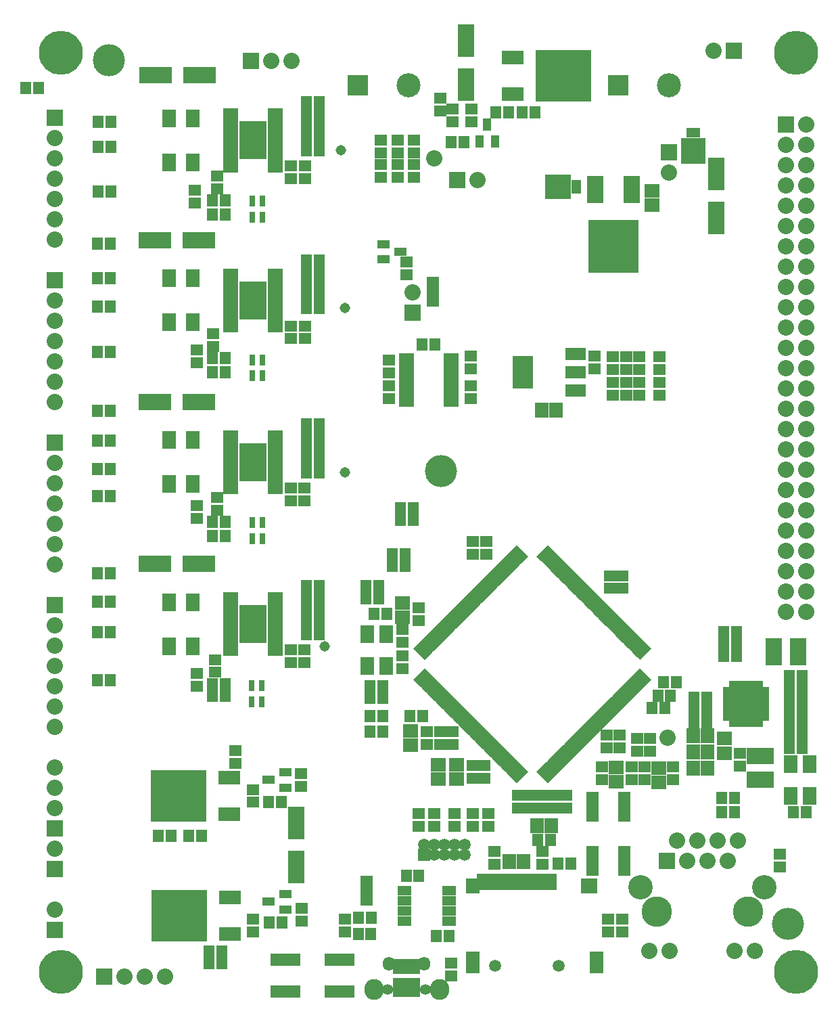
<source format=gts>
G04 (created by PCBNEW (2013-05-18 BZR 4017)-stable) date Wed 14 Jan 2015 22:50:39 GMT*
%MOIN*%
G04 Gerber Fmt 3.4, Leading zero omitted, Abs format*
%FSLAX34Y34*%
G01*
G70*
G90*
G04 APERTURE LIST*
%ADD10C,0.00590551*%
%ADD11C,0.2169*%
%ADD12R,0.0987X0.0987*%
%ADD13C,0.1184*%
%ADD14R,0.1342X0.0948*%
%ADD15O,0.0594X0.0692*%
%ADD16R,0.0357X0.0731*%
%ADD17O,0.0948X0.1027*%
%ADD18C,0.0535*%
%ADD19R,0.083X0.1381*%
%ADD20R,0.2483X0.2641*%
%ADD21R,0.08X0.08*%
%ADD22C,0.08*%
%ADD23R,0.0779X0.0365*%
%ADD24R,0.1381X0.1901*%
%ADD25R,0.0594X0.146*%
%ADD26R,0.146X0.0594*%
%ADD27R,0.0594X0.0436*%
%ADD28R,0.0436X0.0594*%
%ADD29R,0.1X0.164*%
%ADD30R,0.1X0.06*%
%ADD31R,0.1617X0.083*%
%ADD32R,0.083X0.1617*%
%ADD33R,0.0574X0.0594*%
%ADD34R,0.0594X0.0574*%
%ADD35R,0.0653X0.0909*%
%ADD36R,0.0653X0.0771*%
%ADD37R,0.0771X0.0653*%
%ADD38R,0.1106X0.0712*%
%ADD39R,0.2759X0.2523*%
%ADD40R,0.1342X0.0791*%
%ADD41R,0.0791X0.1342*%
%ADD42R,0.0594X0.0594*%
%ADD43C,0.0594*%
%ADD44R,0.0633X0.0987*%
%ADD45R,0.0633X0.0515*%
%ADD46R,0.0672X0.1066*%
%ADD47R,0.0672X0.0751*%
%ADD48R,0.083X0.0751*%
%ADD49R,0.0476X0.083*%
%ADD50R,0.07X0.045*%
%ADD51R,0.0298X0.0436*%
%ADD52R,0.0436X0.0298*%
%ADD53R,0.1499X0.1499*%
%ADD54R,0.12X0.1251*%
%ADD55R,0.07X0.05*%
%ADD56R,0.1251X0.12*%
%ADD57R,0.05X0.07*%
%ADD58C,0.1499*%
%ADD59C,0.12*%
%ADD60R,0.0672X0.0909*%
%ADD61C,0.0515*%
%ADD62C,0.1576*%
%ADD63R,0.029X0.054*%
G04 APERTURE END LIST*
G54D10*
G54D11*
X2754Y1575D03*
G54D12*
X17390Y45236D03*
G54D13*
X19890Y45236D03*
G54D14*
X19781Y787D03*
G54D15*
X18905Y1968D03*
G54D16*
X19781Y1840D03*
X19525Y1840D03*
X19269Y1840D03*
X20037Y1840D03*
X20293Y1840D03*
G54D15*
X20657Y1968D03*
G54D17*
X21395Y716D03*
X18167Y716D03*
G54D18*
X20716Y716D03*
X18846Y716D03*
G54D19*
X30890Y40115D03*
G54D20*
X29990Y37288D03*
G54D19*
X29090Y40115D03*
G54D21*
X12114Y46430D03*
G54D22*
X13114Y46430D03*
X14114Y46430D03*
G54D23*
X13303Y34515D03*
X13303Y34771D03*
X13303Y35027D03*
X13303Y35283D03*
X11101Y33751D03*
X13303Y33747D03*
X13303Y34003D03*
X13303Y34259D03*
X11099Y35539D03*
X11099Y35283D03*
X11099Y35027D03*
X11099Y34771D03*
X11099Y34515D03*
X11099Y34259D03*
X13303Y35539D03*
X11101Y34003D03*
X13303Y33491D03*
X13303Y35795D03*
X11099Y35795D03*
X11099Y33491D03*
X13303Y33236D03*
X13303Y36050D03*
X11099Y36050D03*
X11099Y33236D03*
G54D24*
X12201Y34643D03*
G54D23*
X13302Y26542D03*
X13302Y26798D03*
X13302Y27054D03*
X13302Y27310D03*
X11100Y25778D03*
X13302Y25774D03*
X13302Y26030D03*
X13302Y26286D03*
X11098Y27566D03*
X11098Y27310D03*
X11098Y27054D03*
X11098Y26798D03*
X11098Y26542D03*
X11098Y26286D03*
X13302Y27566D03*
X11100Y26030D03*
X13302Y25518D03*
X13302Y27822D03*
X11098Y27822D03*
X11098Y25518D03*
X13302Y25263D03*
X13302Y28077D03*
X11098Y28077D03*
X11098Y25263D03*
G54D24*
X12200Y26670D03*
G54D23*
X13302Y18571D03*
X13302Y18827D03*
X13302Y19083D03*
X13302Y19339D03*
X11100Y17807D03*
X13302Y17803D03*
X13302Y18059D03*
X13302Y18315D03*
X11098Y19595D03*
X11098Y19339D03*
X11098Y19083D03*
X11098Y18827D03*
X11098Y18571D03*
X11098Y18315D03*
X13302Y19595D03*
X11100Y18059D03*
X13302Y17547D03*
X13302Y19851D03*
X11098Y19851D03*
X11098Y17547D03*
X13302Y17292D03*
X13302Y20106D03*
X11098Y20106D03*
X11098Y17292D03*
G54D24*
X12200Y18699D03*
G54D23*
X13304Y42391D03*
X13304Y42647D03*
X13304Y42903D03*
X13304Y43159D03*
X11102Y41627D03*
X13304Y41623D03*
X13304Y41879D03*
X13304Y42135D03*
X11100Y43415D03*
X11100Y43159D03*
X11100Y42903D03*
X11100Y42647D03*
X11100Y42391D03*
X11100Y42135D03*
X13304Y43415D03*
X11102Y41879D03*
X13304Y41367D03*
X13304Y43671D03*
X11100Y43671D03*
X11100Y41367D03*
X13304Y41112D03*
X13304Y43926D03*
X11100Y43926D03*
X11100Y41112D03*
G54D24*
X12202Y42519D03*
G54D23*
X19762Y30837D03*
X19762Y30581D03*
X19762Y30325D03*
X19762Y30069D03*
X21964Y31601D03*
X19762Y31605D03*
X19762Y31349D03*
X19762Y31093D03*
X21966Y29813D03*
X21966Y30069D03*
X21966Y30325D03*
X21966Y30581D03*
X21966Y30837D03*
X21966Y31093D03*
X19762Y29813D03*
X21964Y31349D03*
X19762Y31861D03*
X19762Y29557D03*
X21966Y29557D03*
X21966Y31861D03*
G54D25*
X30509Y7027D03*
X30509Y9705D03*
X28935Y9705D03*
X28935Y7027D03*
G54D26*
X13816Y591D03*
X16494Y591D03*
X16494Y2165D03*
X13816Y2165D03*
G54D27*
X13800Y4645D03*
X12968Y5020D03*
X13800Y5395D03*
X13800Y10649D03*
X12968Y11024D03*
X13800Y11399D03*
G54D28*
X23383Y42478D03*
X23758Y43310D03*
X24133Y42478D03*
G54D29*
X25509Y31106D03*
G54D30*
X28109Y31106D03*
X28109Y32006D03*
X28109Y30206D03*
G54D31*
X9577Y45748D03*
X7411Y45748D03*
X9546Y21654D03*
X7380Y21654D03*
X9546Y37598D03*
X7380Y37598D03*
X9546Y29626D03*
X7380Y29626D03*
G54D32*
X35029Y40855D03*
X35029Y38689D03*
G54D33*
X35411Y18307D03*
X36041Y18307D03*
X39288Y16142D03*
X38658Y16142D03*
X39288Y15551D03*
X38658Y15551D03*
X35411Y17717D03*
X36041Y17717D03*
X35411Y17126D03*
X36041Y17126D03*
X39288Y14370D03*
X38658Y14370D03*
X39288Y14961D03*
X38658Y14961D03*
X33934Y14469D03*
X34564Y14469D03*
X33934Y15059D03*
X34564Y15059D03*
X38658Y13189D03*
X39288Y13189D03*
G54D34*
X22045Y43445D03*
X22045Y44075D03*
X22990Y43445D03*
X22990Y44075D03*
X12202Y9921D03*
X12202Y10551D03*
X18896Y29803D03*
X18896Y30433D03*
X20372Y9370D03*
X20372Y8740D03*
G54D33*
X20096Y23819D03*
X19466Y23819D03*
G54D34*
X16731Y3524D03*
X16731Y4154D03*
G54D33*
X17990Y14173D03*
X18620Y14173D03*
X17990Y13386D03*
X18620Y13386D03*
X39289Y13780D03*
X38659Y13780D03*
X33934Y13878D03*
X34564Y13878D03*
G54D34*
X29722Y4154D03*
X29722Y3524D03*
X30411Y3524D03*
X30411Y4154D03*
G54D33*
X13601Y9942D03*
X12971Y9942D03*
X13640Y4016D03*
X13010Y4016D03*
G54D34*
X12222Y4154D03*
X12222Y3524D03*
X18896Y31713D03*
X18896Y31083D03*
G54D33*
X19703Y21555D03*
X19073Y21555D03*
G54D34*
X31159Y12441D03*
X31159Y13071D03*
G54D33*
X18423Y19980D03*
X17793Y19980D03*
X38856Y9449D03*
X39486Y9449D03*
X39289Y12598D03*
X38659Y12598D03*
X35313Y10138D03*
X35943Y10138D03*
X35313Y9449D03*
X35943Y9449D03*
X19703Y22146D03*
X19073Y22146D03*
X20096Y24409D03*
X19466Y24409D03*
G54D34*
X31789Y12441D03*
X31789Y13071D03*
G54D33*
X18423Y20571D03*
X17793Y20571D03*
G54D34*
X9447Y31575D03*
X9447Y32205D03*
G54D33*
X15470Y35433D03*
X14840Y35433D03*
X14841Y34839D03*
X15471Y34839D03*
X18620Y15650D03*
X17990Y15650D03*
X14840Y34252D03*
X15470Y34252D03*
G54D34*
X14762Y33382D03*
X14762Y32752D03*
G54D33*
X14840Y36024D03*
X15470Y36024D03*
G54D34*
X14073Y32752D03*
X14073Y33382D03*
X9447Y15630D03*
X9447Y16260D03*
G54D33*
X15470Y19390D03*
X14840Y19390D03*
X14839Y18796D03*
X15469Y18796D03*
G54D34*
X21159Y9370D03*
X21159Y8740D03*
G54D33*
X14840Y18209D03*
X15470Y18209D03*
G54D34*
X14760Y17438D03*
X14760Y16808D03*
G54D33*
X14840Y19980D03*
X15470Y19980D03*
G54D34*
X14071Y16808D03*
X14071Y17438D03*
X9348Y39449D03*
X9348Y40079D03*
G54D33*
X15470Y43209D03*
X14840Y43209D03*
X14842Y42617D03*
X15472Y42617D03*
X14840Y42028D03*
X15470Y42028D03*
G54D34*
X14763Y41258D03*
X14763Y40628D03*
G54D33*
X14840Y43799D03*
X15470Y43799D03*
G54D34*
X14074Y40628D03*
X14074Y41258D03*
X9447Y23898D03*
X9447Y24528D03*
G54D33*
X15470Y27362D03*
X14840Y27362D03*
X14840Y26768D03*
X15470Y26768D03*
X14840Y26181D03*
X15470Y26181D03*
G54D34*
X14761Y25410D03*
X14761Y24780D03*
G54D33*
X14840Y27953D03*
X15470Y27953D03*
G54D34*
X14072Y24780D03*
X14072Y25410D03*
X22144Y9370D03*
X22144Y8740D03*
G54D35*
X9250Y41437D03*
X8068Y41437D03*
G54D36*
X33895Y12402D03*
X34603Y12402D03*
X33895Y13189D03*
X34603Y13189D03*
G54D33*
X17400Y3445D03*
X18015Y3445D03*
G54D37*
X35431Y13052D03*
X35431Y12344D03*
G54D36*
X26435Y29248D03*
X27143Y29248D03*
G54D35*
X9250Y25591D03*
X8068Y25591D03*
X9250Y27756D03*
X8068Y27756D03*
X9250Y43602D03*
X8068Y43602D03*
X9250Y33563D03*
X8068Y33563D03*
X9250Y17618D03*
X8068Y17618D03*
X9250Y35728D03*
X8068Y35728D03*
X9250Y19783D03*
X8068Y19783D03*
G54D34*
X22932Y31279D03*
X22932Y31909D03*
G54D38*
X11063Y3431D03*
G54D39*
X8563Y4331D03*
G54D38*
X11063Y5231D03*
X11061Y9336D03*
G54D39*
X8561Y10236D03*
G54D38*
X11061Y11136D03*
X25018Y46609D03*
G54D39*
X27518Y45709D03*
G54D38*
X25018Y44809D03*
G54D33*
X8187Y8268D03*
X7557Y8268D03*
X10667Y2003D03*
X10037Y2003D03*
X24821Y43898D03*
X24191Y43898D03*
X10052Y2578D03*
X10667Y2578D03*
X9663Y8268D03*
X9048Y8268D03*
X26100Y43898D03*
X25485Y43898D03*
G54D21*
X2429Y43625D03*
G54D22*
X2429Y42625D03*
X2429Y41625D03*
X2429Y40625D03*
X2429Y39625D03*
X2429Y38625D03*
X2429Y37625D03*
G54D21*
X2429Y35625D03*
G54D22*
X2429Y34625D03*
X2429Y33625D03*
X2429Y32625D03*
X2429Y31625D03*
X2429Y30625D03*
X2429Y29625D03*
G54D21*
X2429Y27625D03*
G54D22*
X2429Y26625D03*
X2429Y25625D03*
X2429Y24625D03*
X2429Y23625D03*
X2429Y22625D03*
X2429Y21625D03*
G54D21*
X2429Y19625D03*
G54D22*
X2429Y18625D03*
X2429Y17625D03*
X2429Y16625D03*
X2429Y15625D03*
X2429Y14625D03*
X2429Y13625D03*
G54D21*
X35911Y46929D03*
G54D22*
X34911Y46929D03*
G54D34*
X22932Y30432D03*
X22932Y29802D03*
X36218Y12323D03*
X36218Y11693D03*
G54D40*
X37203Y12205D03*
X37203Y11023D03*
G54D41*
X37891Y17323D03*
X39073Y17323D03*
G54D36*
X34604Y11614D03*
X33896Y11614D03*
G54D33*
X10844Y31791D03*
X10214Y31791D03*
X10844Y39567D03*
X10214Y39567D03*
X10844Y15748D03*
X10214Y15748D03*
X10844Y23720D03*
X10214Y23720D03*
X10214Y31102D03*
X10829Y31102D03*
X10214Y38878D03*
X10829Y38878D03*
X10214Y15157D03*
X10829Y15157D03*
X10214Y23031D03*
X10829Y23031D03*
X14840Y28543D03*
X15470Y28543D03*
X14840Y44390D03*
X15470Y44390D03*
X14840Y36614D03*
X15470Y36614D03*
X14840Y20571D03*
X15470Y20571D03*
G54D36*
X25549Y6988D03*
X24841Y6988D03*
G54D42*
X20651Y7329D03*
G54D43*
X20651Y7829D03*
X21151Y7329D03*
X21151Y7829D03*
X21651Y7329D03*
X21651Y7829D03*
X22151Y7329D03*
X22151Y7829D03*
X22651Y7329D03*
X22651Y7829D03*
G54D44*
X17813Y5807D03*
G54D45*
X17813Y5059D03*
G54D43*
X24140Y1870D03*
X27282Y1870D03*
G54D46*
X23030Y2027D03*
X29132Y2027D03*
G54D47*
X23030Y5807D03*
G54D48*
X28778Y5807D03*
G54D49*
X26947Y6004D03*
X26514Y6004D03*
X26081Y6004D03*
X25648Y6004D03*
X25215Y6004D03*
X24782Y6004D03*
X24349Y6004D03*
X23916Y6004D03*
X23483Y6004D03*
G54D34*
X32911Y11024D03*
X32911Y11654D03*
X30864Y11024D03*
X30864Y11654D03*
G54D33*
X18187Y19193D03*
X18817Y19193D03*
G54D34*
X27655Y10256D03*
X27655Y9626D03*
G54D33*
X26258Y8071D03*
X26888Y8071D03*
G54D34*
X20766Y13406D03*
X20766Y12776D03*
G54D10*
G36*
X25553Y21812D02*
X24994Y22372D01*
X25213Y22591D01*
X25773Y22032D01*
X25553Y21812D01*
X25553Y21812D01*
G37*
G36*
X25414Y21673D02*
X24855Y22232D01*
X25074Y22452D01*
X25633Y21892D01*
X25414Y21673D01*
X25414Y21673D01*
G37*
G36*
X25275Y21534D02*
X24715Y22093D01*
X24935Y22312D01*
X25494Y21753D01*
X25275Y21534D01*
X25275Y21534D01*
G37*
G36*
X25135Y21395D02*
X24576Y21954D01*
X24795Y22173D01*
X25355Y21614D01*
X25135Y21395D01*
X25135Y21395D01*
G37*
G36*
X24996Y21255D02*
X24437Y21815D01*
X24656Y22034D01*
X25215Y21474D01*
X24996Y21255D01*
X24996Y21255D01*
G37*
G36*
X24858Y21117D02*
X24298Y21676D01*
X24517Y21895D01*
X25077Y21336D01*
X24858Y21117D01*
X24858Y21117D01*
G37*
G36*
X24718Y20977D02*
X24159Y21537D01*
X24378Y21756D01*
X24937Y21197D01*
X24718Y20977D01*
X24718Y20977D01*
G37*
G36*
X24579Y20838D02*
X24020Y21397D01*
X24239Y21617D01*
X24798Y21057D01*
X24579Y20838D01*
X24579Y20838D01*
G37*
G36*
X24440Y20699D02*
X23880Y21258D01*
X24100Y21477D01*
X24659Y20918D01*
X24440Y20699D01*
X24440Y20699D01*
G37*
G36*
X24300Y20559D02*
X23741Y21119D01*
X23960Y21338D01*
X24520Y20779D01*
X24300Y20559D01*
X24300Y20559D01*
G37*
G36*
X24161Y20420D02*
X23602Y20979D01*
X23821Y21199D01*
X24380Y20639D01*
X24161Y20420D01*
X24161Y20420D01*
G37*
G36*
X24022Y20282D02*
X23463Y20841D01*
X23682Y21060D01*
X24242Y20501D01*
X24022Y20282D01*
X24022Y20282D01*
G37*
G36*
X23883Y20142D02*
X23324Y20702D01*
X23543Y20921D01*
X24102Y20361D01*
X23883Y20142D01*
X23883Y20142D01*
G37*
G36*
X23744Y20003D02*
X23185Y20562D01*
X23404Y20781D01*
X23963Y20222D01*
X23744Y20003D01*
X23744Y20003D01*
G37*
G36*
X23605Y19864D02*
X23045Y20423D01*
X23264Y20642D01*
X23824Y20083D01*
X23605Y19864D01*
X23605Y19864D01*
G37*
G36*
X23465Y19724D02*
X22906Y20284D01*
X23125Y20503D01*
X23684Y19944D01*
X23465Y19724D01*
X23465Y19724D01*
G37*
G36*
X23326Y19585D02*
X22767Y20144D01*
X22986Y20364D01*
X23545Y19804D01*
X23326Y19585D01*
X23326Y19585D01*
G37*
G36*
X23187Y19446D02*
X22627Y20005D01*
X22847Y20224D01*
X23406Y19665D01*
X23187Y19446D01*
X23187Y19446D01*
G37*
G36*
X23048Y19307D02*
X22489Y19866D01*
X22708Y20086D01*
X23267Y19526D01*
X23048Y19307D01*
X23048Y19307D01*
G37*
G36*
X22909Y19168D02*
X22349Y19727D01*
X22569Y19946D01*
X23128Y19387D01*
X22909Y19168D01*
X22909Y19168D01*
G37*
G36*
X22769Y19029D02*
X22210Y19588D01*
X22429Y19807D01*
X22989Y19248D01*
X22769Y19029D01*
X22769Y19029D01*
G37*
G36*
X22630Y18889D02*
X22071Y19449D01*
X22290Y19668D01*
X22849Y19108D01*
X22630Y18889D01*
X22630Y18889D01*
G37*
G36*
X22491Y18750D02*
X21932Y19309D01*
X22151Y19528D01*
X22710Y18969D01*
X22491Y18750D01*
X22491Y18750D01*
G37*
G36*
X22352Y18611D02*
X21792Y19170D01*
X22011Y19389D01*
X22571Y18830D01*
X22352Y18611D01*
X22352Y18611D01*
G37*
G36*
X22212Y18471D02*
X21653Y19031D01*
X21872Y19250D01*
X22431Y18691D01*
X22212Y18471D01*
X22212Y18471D01*
G37*
G36*
X22074Y18333D02*
X21514Y18892D01*
X21734Y19111D01*
X22293Y18552D01*
X22074Y18333D01*
X22074Y18333D01*
G37*
G36*
X21934Y18193D02*
X21375Y18753D01*
X21594Y18972D01*
X22154Y18413D01*
X21934Y18193D01*
X21934Y18193D01*
G37*
G36*
X21795Y18054D02*
X21236Y18613D01*
X21455Y18833D01*
X22014Y18273D01*
X21795Y18054D01*
X21795Y18054D01*
G37*
G36*
X21656Y17915D02*
X21096Y18474D01*
X21316Y18693D01*
X21875Y18134D01*
X21656Y17915D01*
X21656Y17915D01*
G37*
G36*
X21516Y17776D02*
X20957Y18335D01*
X21176Y18554D01*
X21736Y17995D01*
X21516Y17776D01*
X21516Y17776D01*
G37*
G36*
X21377Y17636D02*
X20818Y18196D01*
X21037Y18415D01*
X21596Y17855D01*
X21377Y17636D01*
X21377Y17636D01*
G37*
G36*
X21239Y17498D02*
X20679Y18057D01*
X20898Y18276D01*
X21458Y17717D01*
X21239Y17498D01*
X21239Y17498D01*
G37*
G36*
X21099Y17358D02*
X20540Y17918D01*
X20759Y18137D01*
X21318Y17578D01*
X21099Y17358D01*
X21099Y17358D01*
G37*
G36*
X20960Y17219D02*
X20401Y17778D01*
X20620Y17998D01*
X21179Y17438D01*
X20960Y17219D01*
X20960Y17219D01*
G37*
G36*
X20821Y17080D02*
X20261Y17639D01*
X20481Y17858D01*
X21040Y17299D01*
X20821Y17080D01*
X20821Y17080D01*
G37*
G36*
X20681Y16940D02*
X20122Y17500D01*
X20341Y17719D01*
X20901Y17160D01*
X20681Y16940D01*
X20681Y16940D01*
G37*
G36*
X26750Y10872D02*
X26190Y11431D01*
X26410Y11651D01*
X26969Y11091D01*
X26750Y10872D01*
X26750Y10872D01*
G37*
G36*
X26889Y11011D02*
X26330Y11571D01*
X26549Y11790D01*
X27108Y11231D01*
X26889Y11011D01*
X26889Y11011D01*
G37*
G36*
X27028Y11151D02*
X26469Y11710D01*
X26688Y11929D01*
X27248Y11370D01*
X27028Y11151D01*
X27028Y11151D01*
G37*
G36*
X27168Y11290D02*
X26608Y11849D01*
X26828Y12068D01*
X27387Y11509D01*
X27168Y11290D01*
X27168Y11290D01*
G37*
G36*
X27307Y11429D02*
X26748Y11989D01*
X26967Y12208D01*
X27526Y11648D01*
X27307Y11429D01*
X27307Y11429D01*
G37*
G36*
X27446Y11568D02*
X26886Y12127D01*
X27105Y12346D01*
X27665Y11787D01*
X27446Y11568D01*
X27446Y11568D01*
G37*
G36*
X27585Y11707D02*
X27026Y12266D01*
X27245Y12486D01*
X27804Y11926D01*
X27585Y11707D01*
X27585Y11707D01*
G37*
G36*
X27724Y11846D02*
X27165Y12406D01*
X27384Y12625D01*
X27943Y12066D01*
X27724Y11846D01*
X27724Y11846D01*
G37*
G36*
X27863Y11986D02*
X27304Y12545D01*
X27523Y12764D01*
X28083Y12205D01*
X27863Y11986D01*
X27863Y11986D01*
G37*
G36*
X28003Y12125D02*
X27443Y12684D01*
X27663Y12904D01*
X28222Y12344D01*
X28003Y12125D01*
X28003Y12125D01*
G37*
G36*
X28142Y12264D02*
X27583Y12824D01*
X27802Y13043D01*
X28361Y12484D01*
X28142Y12264D01*
X28142Y12264D01*
G37*
G36*
X28281Y12403D02*
X27721Y12962D01*
X27941Y13181D01*
X28500Y12622D01*
X28281Y12403D01*
X28281Y12403D01*
G37*
G36*
X28420Y12542D02*
X27861Y13102D01*
X28080Y13321D01*
X28639Y12761D01*
X28420Y12542D01*
X28420Y12542D01*
G37*
G36*
X28559Y12682D02*
X28000Y13241D01*
X28219Y13460D01*
X28778Y12901D01*
X28559Y12682D01*
X28559Y12682D01*
G37*
G36*
X28699Y12821D02*
X28139Y13380D01*
X28358Y13599D01*
X28918Y13040D01*
X28699Y12821D01*
X28699Y12821D01*
G37*
G36*
X28838Y12960D02*
X28279Y13519D01*
X28498Y13739D01*
X29057Y13179D01*
X28838Y12960D01*
X28838Y12960D01*
G37*
G36*
X28977Y13099D02*
X28418Y13659D01*
X28637Y13878D01*
X29196Y13319D01*
X28977Y13099D01*
X28977Y13099D01*
G37*
G36*
X29116Y13239D02*
X28557Y13798D01*
X28776Y14017D01*
X29336Y13458D01*
X29116Y13239D01*
X29116Y13239D01*
G37*
G36*
X29255Y13377D02*
X28696Y13937D01*
X28915Y14156D01*
X29474Y13597D01*
X29255Y13377D01*
X29255Y13377D01*
G37*
G36*
X29394Y13517D02*
X28835Y14076D01*
X29054Y14295D01*
X29614Y13736D01*
X29394Y13517D01*
X29394Y13517D01*
G37*
G36*
X29534Y13656D02*
X28974Y14215D01*
X29194Y14434D01*
X29753Y13875D01*
X29534Y13656D01*
X29534Y13656D01*
G37*
G36*
X29673Y13795D02*
X29114Y14355D01*
X29333Y14574D01*
X29892Y14014D01*
X29673Y13795D01*
X29673Y13795D01*
G37*
G36*
X29812Y13935D02*
X29253Y14494D01*
X29472Y14713D01*
X30031Y14154D01*
X29812Y13935D01*
X29812Y13935D01*
G37*
G36*
X29952Y14074D02*
X29392Y14633D01*
X29611Y14852D01*
X30171Y14293D01*
X29952Y14074D01*
X29952Y14074D01*
G37*
G36*
X30091Y14213D02*
X29532Y14772D01*
X29751Y14992D01*
X30310Y14432D01*
X30091Y14213D01*
X30091Y14213D01*
G37*
G36*
X30229Y14352D02*
X29670Y14911D01*
X29889Y15130D01*
X30449Y14571D01*
X30229Y14352D01*
X30229Y14352D01*
G37*
G36*
X30369Y14491D02*
X29809Y15050D01*
X30029Y15270D01*
X30588Y14710D01*
X30369Y14491D01*
X30369Y14491D01*
G37*
G36*
X30508Y14630D02*
X29949Y15190D01*
X30168Y15409D01*
X30727Y14850D01*
X30508Y14630D01*
X30508Y14630D01*
G37*
G36*
X30647Y14770D02*
X30088Y15329D01*
X30307Y15548D01*
X30867Y14989D01*
X30647Y14770D01*
X30647Y14770D01*
G37*
G36*
X30787Y14909D02*
X30227Y15468D01*
X30447Y15687D01*
X31006Y15128D01*
X30787Y14909D01*
X30787Y14909D01*
G37*
G36*
X30926Y15048D02*
X30367Y15608D01*
X30586Y15827D01*
X31145Y15267D01*
X30926Y15048D01*
X30926Y15048D01*
G37*
G36*
X31065Y15187D02*
X30505Y15746D01*
X30724Y15965D01*
X31284Y15406D01*
X31065Y15187D01*
X31065Y15187D01*
G37*
G36*
X31204Y15326D02*
X30645Y15885D01*
X30864Y16105D01*
X31423Y15545D01*
X31204Y15326D01*
X31204Y15326D01*
G37*
G36*
X31343Y15465D02*
X30784Y16025D01*
X31003Y16244D01*
X31562Y15685D01*
X31343Y15465D01*
X31343Y15465D01*
G37*
G36*
X31482Y15605D02*
X30923Y16164D01*
X31142Y16383D01*
X31702Y15824D01*
X31482Y15605D01*
X31482Y15605D01*
G37*
G36*
X31622Y15744D02*
X31062Y16303D01*
X31282Y16523D01*
X31841Y15963D01*
X31622Y15744D01*
X31622Y15744D01*
G37*
G36*
X20341Y15744D02*
X20122Y15963D01*
X20681Y16523D01*
X20901Y16303D01*
X20341Y15744D01*
X20341Y15744D01*
G37*
G36*
X20481Y15605D02*
X20261Y15824D01*
X20821Y16383D01*
X21040Y16164D01*
X20481Y15605D01*
X20481Y15605D01*
G37*
G36*
X20620Y15465D02*
X20401Y15685D01*
X20960Y16244D01*
X21179Y16025D01*
X20620Y15465D01*
X20620Y15465D01*
G37*
G36*
X20759Y15326D02*
X20540Y15545D01*
X21099Y16105D01*
X21318Y15885D01*
X20759Y15326D01*
X20759Y15326D01*
G37*
G36*
X20898Y15187D02*
X20679Y15406D01*
X21239Y15965D01*
X21458Y15746D01*
X20898Y15187D01*
X20898Y15187D01*
G37*
G36*
X21037Y15048D02*
X20818Y15267D01*
X21377Y15827D01*
X21596Y15608D01*
X21037Y15048D01*
X21037Y15048D01*
G37*
G36*
X21176Y14909D02*
X20957Y15128D01*
X21516Y15687D01*
X21736Y15468D01*
X21176Y14909D01*
X21176Y14909D01*
G37*
G36*
X21316Y14770D02*
X21096Y14989D01*
X21656Y15548D01*
X21875Y15329D01*
X21316Y14770D01*
X21316Y14770D01*
G37*
G36*
X21455Y14630D02*
X21236Y14850D01*
X21795Y15409D01*
X22014Y15190D01*
X21455Y14630D01*
X21455Y14630D01*
G37*
G36*
X21594Y14491D02*
X21375Y14710D01*
X21934Y15270D01*
X22154Y15050D01*
X21594Y14491D01*
X21594Y14491D01*
G37*
G36*
X21734Y14352D02*
X21514Y14571D01*
X22074Y15130D01*
X22293Y14911D01*
X21734Y14352D01*
X21734Y14352D01*
G37*
G36*
X21872Y14213D02*
X21653Y14432D01*
X22212Y14992D01*
X22431Y14772D01*
X21872Y14213D01*
X21872Y14213D01*
G37*
G36*
X22011Y14074D02*
X21792Y14293D01*
X22352Y14852D01*
X22571Y14633D01*
X22011Y14074D01*
X22011Y14074D01*
G37*
G36*
X22151Y13935D02*
X21932Y14154D01*
X22491Y14713D01*
X22710Y14494D01*
X22151Y13935D01*
X22151Y13935D01*
G37*
G36*
X22290Y13795D02*
X22071Y14014D01*
X22630Y14574D01*
X22849Y14355D01*
X22290Y13795D01*
X22290Y13795D01*
G37*
G36*
X22429Y13656D02*
X22210Y13875D01*
X22769Y14434D01*
X22989Y14215D01*
X22429Y13656D01*
X22429Y13656D01*
G37*
G36*
X22569Y13517D02*
X22349Y13736D01*
X22909Y14295D01*
X23128Y14076D01*
X22569Y13517D01*
X22569Y13517D01*
G37*
G36*
X22708Y13377D02*
X22489Y13597D01*
X23048Y14156D01*
X23267Y13937D01*
X22708Y13377D01*
X22708Y13377D01*
G37*
G36*
X22847Y13239D02*
X22627Y13458D01*
X23187Y14017D01*
X23406Y13798D01*
X22847Y13239D01*
X22847Y13239D01*
G37*
G36*
X22986Y13099D02*
X22767Y13319D01*
X23326Y13878D01*
X23545Y13659D01*
X22986Y13099D01*
X22986Y13099D01*
G37*
G36*
X23125Y12960D02*
X22906Y13179D01*
X23465Y13739D01*
X23684Y13519D01*
X23125Y12960D01*
X23125Y12960D01*
G37*
G36*
X23264Y12821D02*
X23045Y13040D01*
X23605Y13599D01*
X23824Y13380D01*
X23264Y12821D01*
X23264Y12821D01*
G37*
G36*
X23404Y12682D02*
X23185Y12901D01*
X23744Y13460D01*
X23963Y13241D01*
X23404Y12682D01*
X23404Y12682D01*
G37*
G36*
X23543Y12542D02*
X23324Y12761D01*
X23883Y13321D01*
X24102Y13102D01*
X23543Y12542D01*
X23543Y12542D01*
G37*
G36*
X23682Y12403D02*
X23463Y12622D01*
X24022Y13181D01*
X24242Y12962D01*
X23682Y12403D01*
X23682Y12403D01*
G37*
G36*
X23821Y12264D02*
X23602Y12484D01*
X24161Y13043D01*
X24380Y12824D01*
X23821Y12264D01*
X23821Y12264D01*
G37*
G36*
X23960Y12125D02*
X23741Y12344D01*
X24300Y12904D01*
X24520Y12684D01*
X23960Y12125D01*
X23960Y12125D01*
G37*
G36*
X24100Y11986D02*
X23880Y12205D01*
X24440Y12764D01*
X24659Y12545D01*
X24100Y11986D01*
X24100Y11986D01*
G37*
G36*
X24239Y11846D02*
X24020Y12066D01*
X24579Y12625D01*
X24798Y12406D01*
X24239Y11846D01*
X24239Y11846D01*
G37*
G36*
X24378Y11707D02*
X24159Y11926D01*
X24718Y12486D01*
X24937Y12266D01*
X24378Y11707D01*
X24378Y11707D01*
G37*
G36*
X24517Y11568D02*
X24298Y11787D01*
X24858Y12346D01*
X25077Y12127D01*
X24517Y11568D01*
X24517Y11568D01*
G37*
G36*
X24656Y11429D02*
X24437Y11648D01*
X24996Y12208D01*
X25215Y11989D01*
X24656Y11429D01*
X24656Y11429D01*
G37*
G36*
X24795Y11290D02*
X24576Y11509D01*
X25135Y12068D01*
X25355Y11849D01*
X24795Y11290D01*
X24795Y11290D01*
G37*
G36*
X24935Y11151D02*
X24715Y11370D01*
X25275Y11929D01*
X25494Y11710D01*
X24935Y11151D01*
X24935Y11151D01*
G37*
G36*
X25074Y11011D02*
X24855Y11231D01*
X25414Y11790D01*
X25633Y11571D01*
X25074Y11011D01*
X25074Y11011D01*
G37*
G36*
X25213Y10872D02*
X24994Y11091D01*
X25553Y11651D01*
X25773Y11431D01*
X25213Y10872D01*
X25213Y10872D01*
G37*
G36*
X31282Y16940D02*
X31062Y17160D01*
X31622Y17719D01*
X31841Y17500D01*
X31282Y16940D01*
X31282Y16940D01*
G37*
G36*
X31142Y17080D02*
X30923Y17299D01*
X31482Y17858D01*
X31702Y17639D01*
X31142Y17080D01*
X31142Y17080D01*
G37*
G36*
X31003Y17219D02*
X30784Y17438D01*
X31343Y17998D01*
X31562Y17778D01*
X31003Y17219D01*
X31003Y17219D01*
G37*
G36*
X30864Y17358D02*
X30645Y17578D01*
X31204Y18137D01*
X31423Y17918D01*
X30864Y17358D01*
X30864Y17358D01*
G37*
G36*
X30724Y17498D02*
X30505Y17717D01*
X31065Y18276D01*
X31284Y18057D01*
X30724Y17498D01*
X30724Y17498D01*
G37*
G36*
X30586Y17636D02*
X30367Y17855D01*
X30926Y18415D01*
X31145Y18196D01*
X30586Y17636D01*
X30586Y17636D01*
G37*
G36*
X30447Y17776D02*
X30227Y17995D01*
X30787Y18554D01*
X31006Y18335D01*
X30447Y17776D01*
X30447Y17776D01*
G37*
G36*
X30307Y17915D02*
X30088Y18134D01*
X30647Y18693D01*
X30867Y18474D01*
X30307Y17915D01*
X30307Y17915D01*
G37*
G36*
X30168Y18054D02*
X29949Y18273D01*
X30508Y18833D01*
X30727Y18613D01*
X30168Y18054D01*
X30168Y18054D01*
G37*
G36*
X30029Y18193D02*
X29809Y18413D01*
X30369Y18972D01*
X30588Y18753D01*
X30029Y18193D01*
X30029Y18193D01*
G37*
G36*
X29889Y18333D02*
X29670Y18552D01*
X30229Y19111D01*
X30449Y18892D01*
X29889Y18333D01*
X29889Y18333D01*
G37*
G36*
X29751Y18471D02*
X29532Y18691D01*
X30091Y19250D01*
X30310Y19031D01*
X29751Y18471D01*
X29751Y18471D01*
G37*
G36*
X29611Y18611D02*
X29392Y18830D01*
X29952Y19389D01*
X30171Y19170D01*
X29611Y18611D01*
X29611Y18611D01*
G37*
G36*
X29472Y18750D02*
X29253Y18969D01*
X29812Y19528D01*
X30031Y19309D01*
X29472Y18750D01*
X29472Y18750D01*
G37*
G36*
X29333Y18889D02*
X29114Y19108D01*
X29673Y19668D01*
X29892Y19449D01*
X29333Y18889D01*
X29333Y18889D01*
G37*
G36*
X29194Y19029D02*
X28974Y19248D01*
X29534Y19807D01*
X29753Y19588D01*
X29194Y19029D01*
X29194Y19029D01*
G37*
G36*
X29054Y19168D02*
X28835Y19387D01*
X29394Y19946D01*
X29614Y19727D01*
X29054Y19168D01*
X29054Y19168D01*
G37*
G36*
X28915Y19307D02*
X28696Y19526D01*
X29255Y20086D01*
X29474Y19866D01*
X28915Y19307D01*
X28915Y19307D01*
G37*
G36*
X28776Y19446D02*
X28557Y19665D01*
X29116Y20224D01*
X29336Y20005D01*
X28776Y19446D01*
X28776Y19446D01*
G37*
G36*
X28637Y19585D02*
X28418Y19804D01*
X28977Y20364D01*
X29196Y20144D01*
X28637Y19585D01*
X28637Y19585D01*
G37*
G36*
X28498Y19724D02*
X28279Y19944D01*
X28838Y20503D01*
X29057Y20284D01*
X28498Y19724D01*
X28498Y19724D01*
G37*
G36*
X28358Y19864D02*
X28139Y20083D01*
X28699Y20642D01*
X28918Y20423D01*
X28358Y19864D01*
X28358Y19864D01*
G37*
G36*
X28219Y20003D02*
X28000Y20222D01*
X28559Y20781D01*
X28778Y20562D01*
X28219Y20003D01*
X28219Y20003D01*
G37*
G36*
X28080Y20142D02*
X27861Y20361D01*
X28420Y20921D01*
X28639Y20702D01*
X28080Y20142D01*
X28080Y20142D01*
G37*
G36*
X27941Y20282D02*
X27721Y20501D01*
X28281Y21060D01*
X28500Y20841D01*
X27941Y20282D01*
X27941Y20282D01*
G37*
G36*
X27802Y20420D02*
X27583Y20639D01*
X28142Y21199D01*
X28361Y20979D01*
X27802Y20420D01*
X27802Y20420D01*
G37*
G36*
X27663Y20559D02*
X27443Y20779D01*
X28003Y21338D01*
X28222Y21119D01*
X27663Y20559D01*
X27663Y20559D01*
G37*
G36*
X27523Y20699D02*
X27304Y20918D01*
X27863Y21477D01*
X28083Y21258D01*
X27523Y20699D01*
X27523Y20699D01*
G37*
G36*
X27384Y20838D02*
X27165Y21057D01*
X27724Y21617D01*
X27943Y21397D01*
X27384Y20838D01*
X27384Y20838D01*
G37*
G36*
X27245Y20977D02*
X27026Y21197D01*
X27585Y21756D01*
X27804Y21537D01*
X27245Y20977D01*
X27245Y20977D01*
G37*
G36*
X27105Y21117D02*
X26886Y21336D01*
X27446Y21895D01*
X27665Y21676D01*
X27105Y21117D01*
X27105Y21117D01*
G37*
G36*
X26967Y21255D02*
X26748Y21474D01*
X27307Y22034D01*
X27526Y21815D01*
X26967Y21255D01*
X26967Y21255D01*
G37*
G36*
X26828Y21395D02*
X26608Y21614D01*
X27168Y22173D01*
X27387Y21954D01*
X26828Y21395D01*
X26828Y21395D01*
G37*
G36*
X26688Y21534D02*
X26469Y21753D01*
X27028Y22312D01*
X27248Y22093D01*
X26688Y21534D01*
X26688Y21534D01*
G37*
G36*
X26549Y21673D02*
X26330Y21892D01*
X26889Y22452D01*
X27108Y22232D01*
X26549Y21673D01*
X26549Y21673D01*
G37*
G36*
X26410Y21812D02*
X26190Y22032D01*
X26750Y22591D01*
X26969Y22372D01*
X26410Y21812D01*
X26410Y21812D01*
G37*
G54D37*
X21356Y11771D03*
X21356Y11063D03*
X19585Y19036D03*
X19585Y19744D03*
G54D36*
X26219Y8760D03*
X26927Y8760D03*
G54D37*
X19978Y13445D03*
X19978Y12737D03*
X30116Y11634D03*
X30116Y10926D03*
X32222Y11614D03*
X32222Y10906D03*
G54D33*
X31868Y14567D03*
X32498Y14567D03*
X18030Y4232D03*
X17400Y4232D03*
G54D34*
X19585Y17795D03*
X19585Y18425D03*
X19585Y17146D03*
X19585Y16516D03*
X23620Y11732D03*
X23620Y11102D03*
G54D33*
X32163Y15157D03*
X32793Y15157D03*
G54D34*
X29821Y20453D03*
X29821Y21083D03*
X30411Y20453D03*
X30411Y21083D03*
X21455Y13406D03*
X21455Y12776D03*
X23029Y11732D03*
X23029Y11102D03*
X22045Y13406D03*
X22045Y12776D03*
X20372Y18878D03*
X20372Y19508D03*
X23029Y22126D03*
X23029Y22756D03*
G54D33*
X18620Y15059D03*
X17990Y15059D03*
G54D34*
X27065Y10256D03*
X27065Y9626D03*
X23029Y9370D03*
X23029Y8740D03*
X25884Y10256D03*
X25884Y9626D03*
X23718Y22126D03*
X23718Y22756D03*
G54D33*
X20588Y14173D03*
X19958Y14173D03*
G54D34*
X26474Y9626D03*
X26474Y10256D03*
G54D37*
X22242Y11771D03*
X22242Y11063D03*
G54D33*
X20550Y32480D03*
X21180Y32480D03*
G54D21*
X38474Y43299D03*
G54D22*
X39474Y43299D03*
X38474Y38299D03*
X39474Y42299D03*
X38474Y37299D03*
X39474Y41299D03*
X38474Y36299D03*
X39474Y40299D03*
X38474Y35299D03*
X39474Y39299D03*
X38474Y34299D03*
X39474Y38299D03*
X38474Y33299D03*
X39474Y37299D03*
X38474Y32299D03*
X39474Y36299D03*
X38474Y31299D03*
X39474Y35299D03*
X38474Y30299D03*
X39474Y34299D03*
X38474Y29299D03*
X39474Y33299D03*
X38474Y28299D03*
X39474Y32299D03*
X39474Y31299D03*
X38474Y27299D03*
X39474Y30299D03*
X39474Y28299D03*
X39474Y27299D03*
X39474Y26299D03*
X39474Y25299D03*
X38474Y26299D03*
X38474Y25299D03*
X38474Y42299D03*
X38474Y41299D03*
X38474Y40299D03*
X38474Y39299D03*
X38474Y24299D03*
X39474Y24299D03*
X39474Y29299D03*
X38474Y23299D03*
X39474Y23299D03*
X38474Y22299D03*
X39474Y22299D03*
X38474Y21299D03*
X39474Y21299D03*
X38474Y20299D03*
X39474Y20299D03*
X38474Y19299D03*
X39474Y19299D03*
G54D50*
X21866Y4073D03*
X21866Y4573D03*
X21866Y5073D03*
X21866Y5573D03*
X19666Y5573D03*
X19666Y5073D03*
X19666Y4573D03*
X19666Y4073D03*
G54D33*
X21238Y3346D03*
X21868Y3346D03*
X19762Y6299D03*
X20392Y6299D03*
G54D34*
X19781Y36535D03*
X19781Y35905D03*
X20155Y41319D03*
X20155Y40689D03*
X19348Y41319D03*
X19348Y40689D03*
G54D51*
X35826Y13820D03*
X36023Y13820D03*
X36220Y13820D03*
X36417Y13820D03*
X36613Y13820D03*
X36810Y13820D03*
X37007Y13820D03*
X37204Y13820D03*
G54D52*
X37460Y14862D03*
X37460Y15058D03*
X37460Y15255D03*
X37460Y15452D03*
G54D53*
X36514Y14764D03*
G54D52*
X37460Y14075D03*
X37460Y14272D03*
X37460Y14469D03*
X37460Y14665D03*
G54D51*
X37202Y15708D03*
X37005Y15709D03*
X36809Y15709D03*
X36612Y15709D03*
X36415Y15709D03*
X36218Y15709D03*
X36021Y15709D03*
X35824Y15709D03*
G54D52*
X35569Y15453D03*
X35569Y15256D03*
X35569Y15059D03*
X35569Y14863D03*
X35569Y14666D03*
X35569Y14469D03*
X35569Y14272D03*
X35569Y14075D03*
G54D33*
X5165Y29188D03*
X4535Y29188D03*
G54D54*
X33896Y41988D03*
G54D55*
X33896Y42914D03*
G54D56*
X27230Y40228D03*
G54D57*
X28156Y40228D03*
G54D34*
X10234Y32362D03*
X10234Y32992D03*
X10431Y40138D03*
X10431Y40768D03*
X10333Y16319D03*
X10333Y16949D03*
X10431Y24291D03*
X10431Y24921D03*
G54D58*
X32098Y4528D03*
X36598Y4528D03*
G54D22*
X36098Y8028D03*
X35600Y7028D03*
X35098Y8028D03*
X34600Y7028D03*
X34098Y8028D03*
X33600Y7028D03*
X33098Y8028D03*
G54D59*
X31298Y5729D03*
X37398Y5728D03*
G54D22*
X35956Y2599D03*
X32740Y2599D03*
X36956Y2599D03*
X31740Y2599D03*
G54D21*
X32600Y7028D03*
G54D60*
X38699Y11811D03*
X38699Y10237D03*
X39643Y10237D03*
X39643Y11811D03*
X18777Y16634D03*
X18777Y18208D03*
X17833Y18208D03*
X17833Y16634D03*
G54D61*
X16730Y26181D03*
X16533Y42028D03*
X16730Y34252D03*
X15746Y17618D03*
G54D34*
X25293Y10256D03*
X25293Y9626D03*
X23817Y9370D03*
X23817Y8740D03*
G54D33*
X27242Y6890D03*
X27872Y6890D03*
G54D34*
X26474Y6870D03*
X26474Y7500D03*
G54D33*
X32458Y15846D03*
X33088Y15846D03*
G54D34*
X24112Y6870D03*
X24112Y7500D03*
G54D27*
X18643Y37415D03*
X19475Y37040D03*
X18643Y36665D03*
G54D21*
X32696Y41944D03*
G54D22*
X32696Y40944D03*
G54D21*
X20089Y34050D03*
G54D22*
X20089Y35050D03*
G54D62*
X38581Y3937D03*
X5116Y46457D03*
X21469Y26225D03*
G54D44*
X21079Y34830D03*
G54D45*
X21079Y35578D03*
G54D33*
X22596Y42441D03*
X21966Y42441D03*
G54D34*
X14565Y10709D03*
X14565Y11339D03*
X14604Y4055D03*
X14604Y4685D03*
G54D63*
X12177Y22918D03*
X12677Y22918D03*
X12179Y23706D03*
X12679Y23706D03*
X12181Y31716D03*
X12681Y31716D03*
X12173Y39532D03*
X12673Y39532D03*
X12151Y15652D03*
X12651Y15652D03*
X12151Y14856D03*
X12651Y14856D03*
X12187Y30934D03*
X12687Y30934D03*
X12173Y38732D03*
X12673Y38732D03*
G54D22*
X32638Y13104D03*
X21148Y41630D03*
G54D34*
X38187Y6732D03*
X38187Y7362D03*
X21966Y1378D03*
X21966Y2008D03*
X31514Y11024D03*
X31514Y11654D03*
X29407Y11024D03*
X29407Y11654D03*
G54D21*
X22280Y40558D03*
G54D22*
X23280Y40558D03*
G54D34*
X20155Y41909D03*
X20155Y42524D03*
X19329Y41909D03*
X19329Y42524D03*
X18522Y41909D03*
X18522Y42524D03*
G54D32*
X22695Y47422D03*
X22695Y45256D03*
X14329Y8898D03*
X14329Y6732D03*
G54D33*
X5165Y34338D03*
X4535Y34338D03*
X5215Y42188D03*
X4585Y42188D03*
X4585Y39988D03*
X5215Y39988D03*
X5165Y37438D03*
X4535Y37438D03*
X4535Y35738D03*
X5165Y35738D03*
G54D34*
X21455Y43976D03*
X21455Y44606D03*
G54D33*
X4535Y32088D03*
X5165Y32088D03*
X5165Y21188D03*
X4535Y21188D03*
X4535Y19788D03*
X5165Y19788D03*
X5165Y18288D03*
X4535Y18288D03*
X4535Y15938D03*
X5165Y15938D03*
X4585Y43438D03*
X5215Y43438D03*
G54D34*
X30273Y12618D03*
X30273Y13248D03*
X29045Y31890D03*
X29045Y31260D03*
X11333Y12480D03*
X11333Y11850D03*
G54D37*
X31880Y40042D03*
X31880Y39334D03*
G54D33*
X4535Y27738D03*
X5165Y27738D03*
X5165Y26338D03*
X4535Y26338D03*
X4535Y24988D03*
X5165Y24988D03*
X1645Y45100D03*
X1015Y45100D03*
G54D34*
X18522Y41319D03*
X18522Y40689D03*
X29644Y13248D03*
X29644Y12618D03*
G54D12*
X30205Y45236D03*
G54D13*
X32705Y45236D03*
G54D21*
X4888Y1328D03*
G54D22*
X5888Y1328D03*
X6888Y1328D03*
X7888Y1328D03*
G54D11*
X38974Y46850D03*
X38974Y1575D03*
X2754Y46850D03*
G54D21*
X2429Y8625D03*
G54D22*
X2429Y9625D03*
X2429Y10625D03*
X2429Y11625D03*
G54D21*
X2429Y6625D03*
G54D22*
X2429Y7625D03*
G54D21*
X2429Y3625D03*
G54D22*
X2429Y4625D03*
G54D34*
X29950Y29973D03*
X29950Y30588D03*
X30600Y29973D03*
X30600Y30588D03*
X31250Y29973D03*
X31250Y30588D03*
X32250Y29973D03*
X32250Y30588D03*
X29950Y31853D03*
X29950Y31238D03*
X30600Y31853D03*
X30600Y31238D03*
X31250Y31853D03*
X31250Y31238D03*
X32250Y31853D03*
X32250Y31238D03*
M02*

</source>
